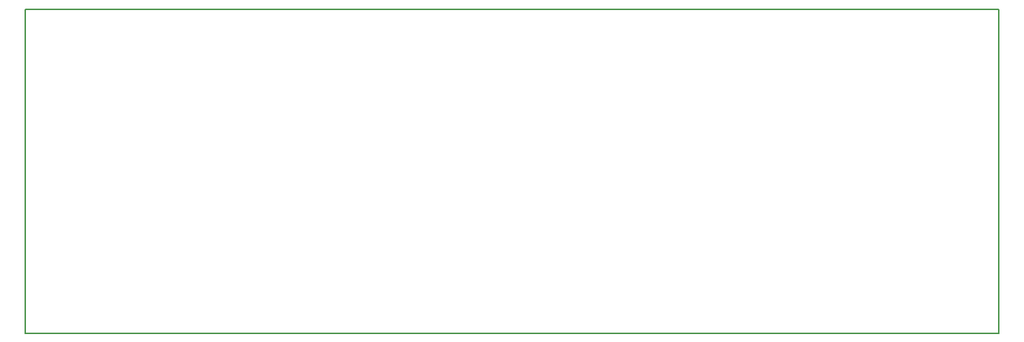
<source format=gbr>
G04 #@! TF.GenerationSoftware,KiCad,Pcbnew,5.0.2+dfsg1-1*
G04 #@! TF.CreationDate,2021-08-05T15:22:36-03:00*
G04 #@! TF.ProjectId,universerial,756e6976-6572-4736-9572-69616c2e6b69,rev?*
G04 #@! TF.SameCoordinates,Original*
G04 #@! TF.FileFunction,Profile,NP*
%FSLAX46Y46*%
G04 Gerber Fmt 4.6, Leading zero omitted, Abs format (unit mm)*
G04 Created by KiCad (PCBNEW 5.0.2+dfsg1-1) date Thu Aug  5 15:22:36 2021*
%MOMM*%
%LPD*%
G01*
G04 APERTURE LIST*
%ADD10C,0.200000*%
G04 APERTURE END LIST*
D10*
X215900000Y-76200000D02*
X101600000Y-76200000D01*
X215900000Y-114300000D02*
X215900000Y-76200000D01*
X101600000Y-114300000D02*
X215900000Y-114300000D01*
X101600000Y-76200000D02*
X101600000Y-114300000D01*
M02*

</source>
